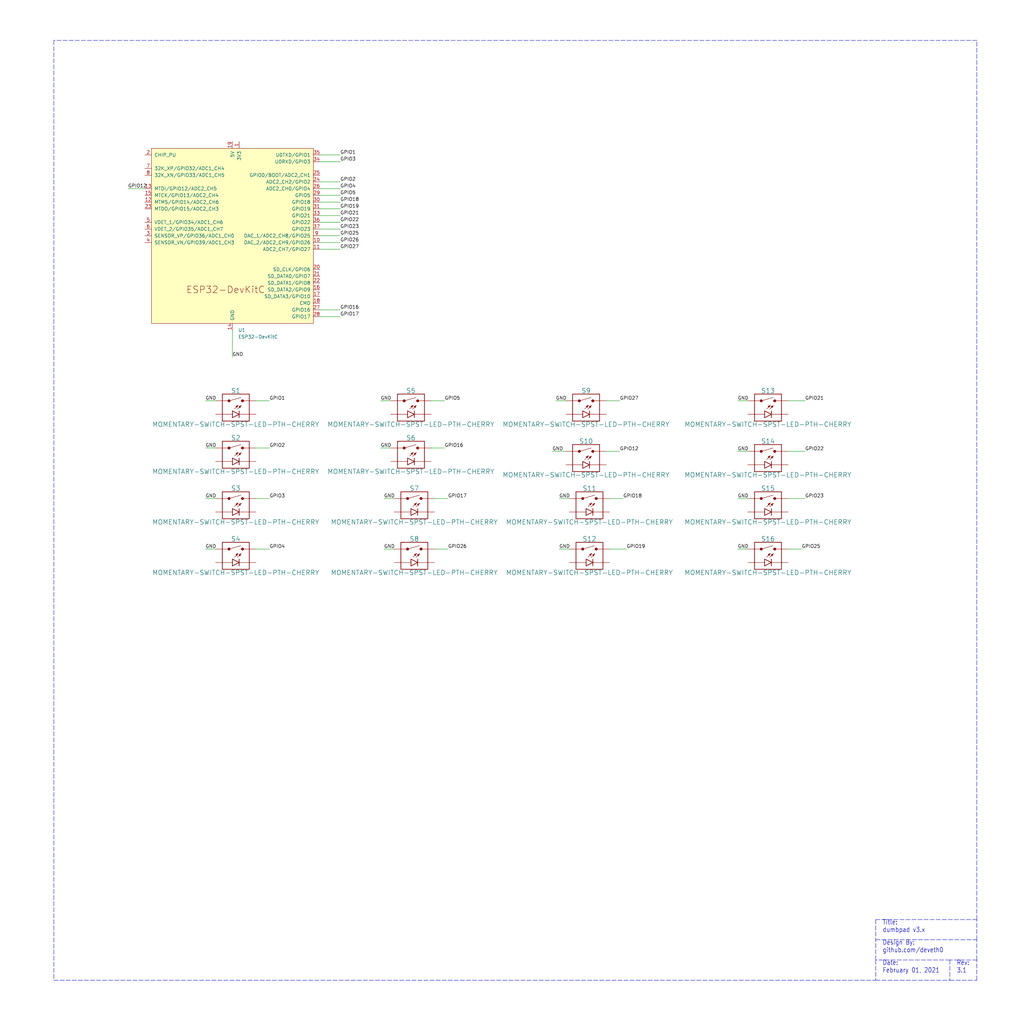
<source format=kicad_sch>
(kicad_sch (version 20250114) (generator "eeschema") (generator_version "9.0")
  (paper "User" 386.08 386.004)
  (lib_symbols
    (symbol "ESP32:ESP32-DevKitC" (pin_names (offset 1.016))
      (property "Reference" "U" (at -30.48 38.1 0))
      (property "Value" "ESP32-DevKitC" (at -30.48 35.56 0))
      (symbol "ESP32-DevKitC_0_0"
        (text "ESP32-DevKitC" (at -2.54 -20.32 0) (effects (font (size 2.54 2.54))))
        (pin power_in line (at 0 35.56 270) (length 2.54) (name "5V") (number "19"))
        (pin power_in line (at 0 -35.56 90) (length 2.54) (name "GND") (number "14"))
      )
      (symbol "ESP32-DevKitC_0_1"
        (rectangle (start -30.48 33.02) (end 30.48 -33.02) (fill (type background)))
      )
      (symbol "ESP32-DevKitC_1_1"
        (pin input line (at -33.02 30.48 0) (length 2.54) (name "CHIP_PU") (number "2"))
        (pin bidirectional line (at -33.02 25.4 0) (length 2.54) (name "32K_XP/GPIO32/ADC1_CH4") (number "7"))
        (pin bidirectional line (at -33.02 22.86 0) (length 2.54) (name "32K_XN/GPIO33/ADC1_CH5") (number "8"))
        (pin bidirectional line (at -33.02 17.78 0) (length 2.54) (name "MTDI/GPIO12/ADC2_CH5") (number "13"))
        (pin bidirectional line (at -33.02 15.24 0) (length 2.54) (name "MTCK/GPIO13/ADC2_CH4") (number "15"))
        (pin bidirectional line (at -33.02 12.7 0) (length 2.54) (name "MTMS/GPIO14/ADC2_CH6") (number "12"))
        (pin bidirectional line (at -33.02 10.16 0) (length 2.54) (name "MTDO/GPIO15/ADC2_CH3") (number "23"))
        (pin input line (at -33.02 5.08 0) (length 2.54) (name "VDET_1/GPIO34/ADC1_CH6") (number "5"))
        (pin input line (at -33.02 2.54 0) (length 2.54) (name "VDET_2/GPIO35/ADC1_CH7") (number "6"))
        (pin input line (at -33.02 0 0) (length 2.54) (name "SENSOR_VP/GPIO36/ADC1_CH0") (number "3"))
        (pin input line (at -33.02 -2.54 0) (length 2.54) (name "SENSOR_VN/GPIO39/ADC1_CH3") (number "4"))
        (pin passive line (at 0 -35.56 90) (length 2.54) (hide yes) (name "GND") (number "32"))
        (pin passive line (at 0 -35.56 90) (length 2.54) (hide yes) (name "GND") (number "38"))
        (pin power_in line (at 2.54 35.56 270) (length 2.54) (name "3V3") (number "1"))
        (pin bidirectional line (at 33.02 30.48 180) (length 2.54) (name "U0TXD/GPIO1") (number "35"))
        (pin bidirectional line (at 33.02 27.94 180) (length 2.54) (name "U0RXD/GPIO3") (number "34"))
        (pin bidirectional line (at 33.02 22.86 180) (length 2.54) (name "GPIO0/BOOT/ADC2_CH1") (number "25"))
        (pin bidirectional line (at 33.02 20.32 180) (length 2.54) (name "ADC2_CH2/GPIO2") (number "24"))
        (pin bidirectional line (at 33.02 17.78 180) (length 2.54) (name "ADC2_CH0/GPIO4") (number "26"))
        (pin bidirectional line (at 33.02 15.24 180) (length 2.54) (name "GPIO5") (number "29"))
        (pin bidirectional line (at 33.02 12.7 180) (length 2.54) (name "GPIO18") (number "30"))
        (pin bidirectional line (at 33.02 10.16 180) (length 2.54) (name "GPIO19") (number "31"))
        (pin bidirectional line (at 33.02 7.62 180) (length 2.54) (name "GPIO21") (number "33"))
        (pin bidirectional line (at 33.02 5.08 180) (length 2.54) (name "GPIO22") (number "36"))
        (pin bidirectional line (at 33.02 2.54 180) (length 2.54) (name "GPIO23") (number "37"))
        (pin bidirectional line (at 33.02 0 180) (length 2.54) (name "DAC_1/ADC2_CH8/GPIO25") (number "9"))
        (pin bidirectional line (at 33.02 -2.54 180) (length 2.54) (name "DAC_2/ADC2_CH9/GPIO26") (number "10"))
        (pin bidirectional line (at 33.02 -5.08 180) (length 2.54) (name "ADC2_CH7/GPIO27") (number "11"))
        (pin bidirectional line (at 33.02 -12.7 180) (length 2.54) (name "SD_CLK/GPIO6") (number "20"))
        (pin bidirectional line (at 33.02 -15.24 180) (length 2.54) (name "SD_DATA0/GPIO7") (number "21"))
        (pin bidirectional line (at 33.02 -17.78 180) (length 2.54) (name "SD_DATA1/GPIO8") (number "22"))
        (pin bidirectional line (at 33.02 -20.32 180) (length 2.54) (name "SD_DATA2/GPIO9") (number "16"))
        (pin bidirectional line (at 33.02 -22.86 180) (length 2.54) (name "SD_DATA3/GPIO10") (number "17"))
        (pin bidirectional line (at 33.02 -25.4 180) (length 2.54) (name "CMD") (number "18"))
        (pin bidirectional line (at 33.02 -27.94 180) (length 2.54) (name "GPIO16") (number "27"))
        (pin bidirectional line (at 33.02 -30.48 180) (length 2.54) (name "GPIO17") (number "28"))
      )
    )
    (symbol "dumbpad-eagle-import:MOMENTARY-SWITCH-SPST-LED-PTH-CHERRY"
      (property "Reference" "S" (at 0 5.334 0))
      (property "Value" "MOMENTARY-SWITCH-SPST-LED-PTH-CHERRY" (at 0 -5.334 0))
      (symbol "MOMENTARY-SWITCH-SPST-LED-PTH-CHERRY_1_0"
        (polyline (pts (xy -5.08 5.08) (xy -5.08 2.54)) (stroke (width 0.254)))
        (polyline (pts (xy -5.08 2.54) (xy -5.08 -2.54)) (stroke (width 0.254)))
        (polyline (pts (xy -5.08 2.54) (xy -2.54 2.54)) (stroke (width 0.1524)))
        (polyline (pts (xy -5.08 -2.54) (xy -5.08 -5.08)) (stroke (width 0.254)))
        (polyline (pts (xy -5.08 -2.54) (xy -1.27 -2.54)) (stroke (width 0.1524)))
        (polyline (pts (xy -5.08 -5.08) (xy 5.08 -5.08)) (stroke (width 0.254)))
        (circle (center -2.54 2.54) (radius 0.127) (stroke (width 0.4064)))
        (polyline (pts (xy -2.54 2.54) (xy 1.905 3.81)) (stroke (width 0.1524)))
        (polyline (pts (xy -1.27 -2.54) (xy -1.27 -1.27)) (stroke (width 0.254)))
        (polyline (pts (xy -1.27 -3.81) (xy -1.27 -2.54)) (stroke (width 0.254)))
        (polyline (pts (xy -1.27 -3.81) (xy 1.27 -2.54)) (stroke (width 0.254)))
        (polyline (pts (xy -0.508 -0.508) (xy 0.889 0.889)) (stroke (width 0.1524)))
        (polyline (pts (xy 0.635 -0.635) (xy 2.032 0.762)) (stroke (width 0.1524)))
        (polyline (pts (xy 0.889 0.889) (xy 0 0.508) (xy 0.508 0)) (fill (type outline)))
        (polyline (pts (xy 1.27 -2.54) (xy -1.27 -1.27)) (stroke (width 0.254)))
        (polyline (pts (xy 1.27 -2.54) (xy 1.27 -1.27)) (stroke (width 0.254)))
        (polyline (pts (xy 1.27 -2.54) (xy 5.08 -2.54)) (stroke (width 0.1524)))
        (polyline (pts (xy 1.27 -3.81) (xy 1.27 -2.54)) (stroke (width 0.254)))
        (polyline (pts (xy 1.905 2.54) (xy 5.08 2.54)) (stroke (width 0.1524)))
        (polyline (pts (xy 2.032 0.762) (xy 1.143 0.381) (xy 1.651 -0.127)) (fill (type outline)))
        (circle (center 2.54 2.54) (radius 0.127) (stroke (width 0.4064)))
        (polyline (pts (xy 5.08 5.08) (xy -5.08 5.08)) (stroke (width 0.254)))
        (polyline (pts (xy 5.08 2.54) (xy 5.08 5.08)) (stroke (width 0.254)))
        (polyline (pts (xy 5.08 -2.54) (xy 5.08 2.54)) (stroke (width 0.254)))
        (polyline (pts (xy 5.08 -5.08) (xy 5.08 -2.54)) (stroke (width 0.254)))
        (pin passive line (at -7.62 2.54 0) (length 2.54) (name "1") (number "S1"))
        (pin passive line (at -7.62 -2.54 0) (length 2.54) (name "A") (number "A"))
        (pin passive line (at 7.62 2.54 180) (length 2.54) (name "2") (number "S2"))
        (pin passive line (at 7.62 -2.54 180) (length 2.54) (name "C") (number "K"))
      )
    )
  )
  (text "Rev:\n3.1" (at 360.68 367.03 0) (effects (font (size 1.778 1.5113)) (justify left bottom)))
  (text "Design By:\ngithub.com/deveth0" (at 332.74 359.41 0) (effects (font (size 1.778 1.5113)) (justify left bottom)))
  (text "Title:\ndumbpad v3.x" (at 332.74 351.79 0) (effects (font (size 1.778 1.5113)) (justify left bottom)))
  (text "Date:\nFebruary 01, 2021" (at 332.74 367.03 0) (effects (font (size 1.778 1.5113)) (justify left bottom)))
  (polyline (pts (xy 368.3 361.95) (xy 368.3 354.33)) (stroke (width 0) (type dash)))
  (polyline (pts (xy 330.2 346.71) (xy 330.2 354.33)) (stroke (width 0) (type dash)))
  (polyline (pts (xy 368.3 346.71) (xy 330.2 346.71)) (stroke (width 0) (type dash)))
  (wire (pts (xy 297.18 151.13) (xy 303.53 151.13)))
  (wire (pts (xy 208.28 170.18) (xy 213.36 170.18)))
  (wire (pts (xy 120.65 81.28) (xy 128.27 81.28)))
  (wire (pts (xy 120.65 119.38) (xy 128.27 119.38)))
  (wire (pts (xy 144.78 187.96) (xy 148.59 187.96)))
  (wire (pts (xy 228.6 151.13) (xy 233.68 151.13)))
  (wire (pts (xy 77.47 207.01) (xy 81.28 207.01)))
  (wire (pts (xy 120.65 60.96) (xy 128.27 60.96)))
  (wire (pts (xy 120.65 68.58) (xy 128.27 68.58)))
  (wire (pts (xy 278.13 170.18) (xy 281.94 170.18)))
  (wire (pts (xy 120.65 86.36) (xy 128.27 86.36)))
  (polyline (pts (xy 20.32 369.57) (xy 330.2 369.57)) (stroke (width 0) (type dash)))
  (wire (pts (xy 96.52 168.91) (xy 101.6 168.91)))
  (wire (pts (xy 210.82 207.01) (xy 214.63 207.01)))
  (wire (pts (xy 297.18 170.18) (xy 303.53 170.18)))
  (polyline (pts (xy 330.2 361.95) (xy 330.2 369.57)) (stroke (width 0) (type dash)))
  (wire (pts (xy 120.65 93.98) (xy 128.27 93.98)))
  (polyline (pts (xy 330.2 369.57) (xy 358.14 369.57)) (stroke (width 0) (type dash)))
  (wire (pts (xy 143.51 168.91) (xy 147.32 168.91)))
  (wire (pts (xy 96.52 207.01) (xy 101.6 207.01)))
  (wire (pts (xy 87.63 124.46) (xy 87.63 134.62)))
  (polyline (pts (xy 358.14 361.95) (xy 330.2 361.95)) (stroke (width 0) (type dash)))
  (wire (pts (xy 229.87 207.01) (xy 236.22 207.01)))
  (polyline (pts (xy 368.3 354.33) (xy 368.3 346.71)) (stroke (width 0) (type dash)))
  (wire (pts (xy 143.51 151.13) (xy 147.32 151.13)))
  (wire (pts (xy 229.87 187.96) (xy 234.95 187.96)))
  (wire (pts (xy 209.55 151.13) (xy 213.36 151.13)))
  (polyline (pts (xy 368.3 346.71) (xy 368.3 15.24)) (stroke (width 0) (type dash)))
  (wire (pts (xy 297.18 187.96) (xy 303.53 187.96)))
  (wire (pts (xy 210.82 187.96) (xy 214.63 187.96)))
  (wire (pts (xy 120.65 58.42) (xy 128.27 58.42)))
  (wire (pts (xy 144.78 207.01) (xy 148.59 207.01)))
  (wire (pts (xy 120.65 73.66) (xy 128.27 73.66)))
  (wire (pts (xy 96.52 151.13) (xy 101.6 151.13)))
  (polyline (pts (xy 358.14 361.95) (xy 358.14 369.57)) (stroke (width 0) (type dash)))
  (wire (pts (xy 96.52 187.96) (xy 101.6 187.96)))
  (wire (pts (xy 278.13 187.96) (xy 281.94 187.96)))
  (polyline (pts (xy 368.3 15.24) (xy 20.32 15.24)) (stroke (width 0) (type dash)))
  (polyline (pts (xy 358.14 369.57) (xy 368.3 369.57)) (stroke (width 0) (type dash)))
  (wire (pts (xy 163.83 187.96) (xy 168.91 187.96)))
  (polyline (pts (xy 368.3 369.57) (xy 368.3 361.95)) (stroke (width 0) (type dash)))
  (polyline (pts (xy 330.2 361.95) (xy 330.2 354.33)) (stroke (width 0) (type dash)))
  (wire (pts (xy 162.56 168.91) (xy 167.64 168.91)))
  (wire (pts (xy 48.26 71.12) (xy 54.61 71.12)))
  (wire (pts (xy 77.47 187.96) (xy 81.28 187.96)))
  (wire (pts (xy 278.13 207.01) (xy 281.94 207.01)))
  (wire (pts (xy 120.65 76.2) (xy 128.27 76.2)))
  (wire (pts (xy 120.65 116.84) (xy 128.27 116.84)))
  (wire (pts (xy 297.18 207.01) (xy 302.26 207.01)))
  (wire (pts (xy 120.65 83.82) (xy 128.27 83.82)))
  (wire (pts (xy 120.65 91.44) (xy 128.27 91.44)))
  (wire (pts (xy 120.65 88.9) (xy 128.27 88.9)))
  (wire (pts (xy 278.13 151.13) (xy 281.94 151.13)))
  (wire (pts (xy 163.83 207.01) (xy 168.91 207.01)))
  (wire (pts (xy 162.56 151.13) (xy 167.64 151.13)))
  (wire (pts (xy 77.47 168.91) (xy 81.28 168.91)))
  (wire (pts (xy 228.6 170.18) (xy 233.68 170.18)))
  (wire (pts (xy 120.65 78.74) (xy 128.27 78.74)))
  (wire (pts (xy 120.65 71.12) (xy 128.27 71.12)))
  (polyline (pts (xy 330.2 354.33) (xy 368.3 354.33)) (stroke (width 0) (type dash)))
  (polyline (pts (xy 20.32 15.24) (xy 20.32 369.57)) (stroke (width 0) (type dash)))
  (wire (pts (xy 77.47 151.13) (xy 81.28 151.13)))
  (polyline (pts (xy 368.3 361.95) (xy 358.14 361.95)) (stroke (width 0) (type dash)))
  (label "GND" (at 77.47 207.01 0))
  (label "GPIO4" (at 128.27 71.12 0))
  (label "GPIO12" (at 48.26 71.12 0))
  (label "GPIO22" (at 128.27 83.82 0))
  (label "GPIO16" (at 167.64 168.91 0))
  (label "GPIO26" (at 128.27 91.44 0))
  (label "GND" (at 208.28 170.18 0))
  (label "GND" (at 77.47 168.91 0))
  (label "GPIO5" (at 128.27 73.66 0))
  (label "GND" (at 143.51 168.91 0))
  (label "GPIO3" (at 128.27 60.96 0))
  (label "GPIO17" (at 128.27 119.38 0))
  (label "GPIO16" (at 128.27 116.84 0))
  (label "GPIO22" (at 303.53 170.18 0))
  (label "GPIO1" (at 128.27 58.42 0))
  (label "GPIO27" (at 233.68 151.13 0))
  (label "GND" (at 278.13 207.01 0))
  (label "GND" (at 210.82 207.01 0))
  (label "GND" (at 210.82 187.96 0))
  (label "GPIO25" (at 302.26 207.01 0))
  (label "GND" (at 209.55 151.13 0))
  (label "GPIO17" (at 168.91 187.96 0))
  (label "GPIO12" (at 233.68 170.18 0))
  (label "GPIO5" (at 167.64 151.13 0))
  (label "GND" (at 278.13 170.18 0))
  (label "GPIO23" (at 303.53 187.96 0))
  (label "GND" (at 144.78 187.96 0))
  (label "GPIO21" (at 128.27 81.28 0))
  (label "GND" (at 77.47 151.13 0))
  (label "GND" (at 87.63 134.62 0))
  (label "GPIO3" (at 101.6 187.96 0))
  (label "GND" (at 143.51 151.13 0))
  (label "GPIO25" (at 128.27 88.9 0))
  (label "GPIO19" (at 236.22 207.01 0))
  (label "GPIO4" (at 101.6 207.01 0))
  (label "GPIO2" (at 101.6 168.91 0))
  (label "GPIO18" (at 234.95 187.96 0))
  (label "GND" (at 144.78 207.01 0))
  (label "GPIO21" (at 303.53 151.13 0))
  (label "GPIO2" (at 128.27 68.58 0))
  (label "GPIO18" (at 128.27 76.2 0))
  (label "GPIO27" (at 128.27 93.98 0))
  (label "GND" (at 77.47 187.96 0))
  (label "GPIO1" (at 101.6 151.13 0))
  (label "GND" (at 278.13 187.96 0))
  (label "GPIO23" (at 128.27 86.36 0))
  (label "GND" (at 278.13 151.13 0))
  (label "GPIO19" (at 128.27 78.74 0))
  (label "GPIO26" (at 168.91 207.01 0))
  (symbol (lib_id "dumbpad-eagle-import:MOMENTARY-SWITCH-SPST-LED-PTH-CHERRY") (at 156.21 209.55 0) (unit 1)
    (property "Reference" "S8" (at 156.21 204.216 0) (effects (font (size 1.778 1.778)) (justify bottom)))
    (property "Value" "MOMENTARY-SWITCH-SPST-LED-PTH-CHERRY" (at 156.21 214.884 0) (effects (font (size 1.778 1.778)) (justify top)))
    (property "Footprint" "Keyswitch:Kailh-CPG151101S11_MX_Socket-1.00u" (effects (hide yes)))
  )
  (symbol (lib_id "ESP32:ESP32-DevKitC") (at 87.63 88.9 0) (unit 1)
    (property "Reference" "U1" (at 89.7733 124.46 0) (effects (justify left)))
    (property "Value" "ESP32-DevKitC" (at 89.7733 127 0) (effects (justify left)))
    (property "Footprint" "PCM_Espressif:ESP32-DevKitC" (effects (hide yes)))
    (property "Datasheet" "https://docs.espressif.com/projects/esp-idf/zh_CN/latest/esp32/hw-reference/esp32/get-started-devkitc.html" (effects (hide yes)))
    (property "Description" "Development Kit" (effects (hide yes)))
  )
  (symbol (lib_id "dumbpad-eagle-import:MOMENTARY-SWITCH-SPST-LED-PTH-CHERRY") (at 88.9 153.67 0) (unit 1)
    (property "Reference" "S1" (at 88.9 148.336 0) (effects (font (size 1.778 1.778)) (justify bottom)))
    (property "Value" "MOMENTARY-SWITCH-SPST-LED-PTH-CHERRY" (at 88.9 159.004 0) (effects (font (size 1.778 1.778)) (justify top)))
    (property "Footprint" "Keyswitch:Kailh-CPG151101S11_MX_Socket-1.00u" (effects (hide yes)))
  )
  (symbol (lib_id "dumbpad-eagle-import:MOMENTARY-SWITCH-SPST-LED-PTH-CHERRY") (at 154.94 153.67 0) (unit 1)
    (property "Reference" "S5" (at 154.94 148.336 0) (effects (font (size 1.778 1.778)) (justify bottom)))
    (property "Value" "MOMENTARY-SWITCH-SPST-LED-PTH-CHERRY" (at 154.94 159.004 0) (effects (font (size 1.778 1.778)) (justify top)))
    (property "Footprint" "Keyswitch:Kailh-CPG151101S11_MX_Socket-1.00u" (effects (hide yes)))
  )
  (symbol (lib_id "dumbpad-eagle-import:MOMENTARY-SWITCH-SPST-LED-PTH-CHERRY") (at 88.9 171.45 0) (unit 1)
    (property "Reference" "S2" (at 88.9 166.116 0) (effects (font (size 1.778 1.778)) (justify bottom)))
    (property "Value" "MOMENTARY-SWITCH-SPST-LED-PTH-CHERRY" (at 88.9 176.784 0) (effects (font (size 1.778 1.778)) (justify top)))
    (property "Footprint" "Keyswitch:Kailh-CPG151101S11_MX_Socket-1.00u" (effects (hide yes)))
  )
  (symbol (lib_id "dumbpad-eagle-import:MOMENTARY-SWITCH-SPST-LED-PTH-CHERRY") (at 156.21 190.5 0) (unit 1)
    (property "Reference" "S7" (at 156.21 185.166 0) (effects (font (size 1.778 1.778)) (justify bottom)))
    (property "Value" "MOMENTARY-SWITCH-SPST-LED-PTH-CHERRY" (at 156.21 195.834 0) (effects (font (size 1.778 1.778)) (justify top)))
    (property "Footprint" "Keyswitch:Kailh-CPG151101S11_MX_Socket-1.00u" (effects (hide yes)))
  )
  (symbol (lib_id "dumbpad-eagle-import:MOMENTARY-SWITCH-SPST-LED-PTH-CHERRY") (at 154.94 171.45 0) (unit 1)
    (property "Reference" "S6" (at 154.94 166.116 0) (effects (font (size 1.778 1.778)) (justify bottom)))
    (property "Value" "MOMENTARY-SWITCH-SPST-LED-PTH-CHERRY" (at 154.94 176.784 0) (effects (font (size 1.778 1.778)) (justify top)))
    (property "Footprint" "Keyswitch:Kailh-CPG151101S11_MX_Socket-1.00u" (effects (hide yes)))
  )
  (symbol (lib_id "dumbpad-eagle-import:MOMENTARY-SWITCH-SPST-LED-PTH-CHERRY") (at 88.9 190.5 0) (unit 1)
    (property "Reference" "S3" (at 88.9 185.166 0) (effects (font (size 1.778 1.778)) (justify bottom)))
    (property "Value" "MOMENTARY-SWITCH-SPST-LED-PTH-CHERRY" (at 88.9 195.834 0) (effects (font (size 1.778 1.778)) (justify top)))
    (property "Footprint" "Keyswitch:Kailh-CPG151101S11_MX_Socket-1.00u" (effects (hide yes)))
  )
  (symbol (lib_id "dumbpad-eagle-import:MOMENTARY-SWITCH-SPST-LED-PTH-CHERRY") (at 222.25 209.55 0) (unit 1)
    (property "Reference" "S12" (at 222.25 204.216 0) (effects (font (size 1.778 1.778)) (justify bottom)))
    (property "Value" "MOMENTARY-SWITCH-SPST-LED-PTH-CHERRY" (at 222.25 214.884 0) (effects (font (size 1.778 1.778)) (justify top)))
    (property "Footprint" "Keyswitch:Kailh-CPG151101S11_MX_Socket-1.00u" (effects (hide yes)))
  )
  (symbol (lib_id "dumbpad-eagle-import:MOMENTARY-SWITCH-SPST-LED-PTH-CHERRY") (at 289.56 209.55 0) (unit 1)
    (property "Reference" "S16" (at 289.56 204.216 0) (effects (font (size 1.778 1.778)) (justify bottom)))
    (property "Value" "MOMENTARY-SWITCH-SPST-LED-PTH-CHERRY" (at 289.56 214.884 0) (effects (font (size 1.778 1.778)) (justify top)))
    (property "Footprint" "Keyswitch:Kailh-CPG151101S11_MX_Socket-1.00u" (effects (hide yes)))
  )
  (symbol (lib_id "dumbpad-eagle-import:MOMENTARY-SWITCH-SPST-LED-PTH-CHERRY") (at 220.98 172.72 0) (unit 1)
    (property "Reference" "S10" (at 220.98 167.386 0) (effects (font (size 1.778 1.778)) (justify bottom)))
    (property "Value" "MOMENTARY-SWITCH-SPST-LED-PTH-CHERRY" (at 220.98 178.054 0) (effects (font (size 1.778 1.778)) (justify top)))
    (property "Footprint" "Keyswitch:Kailh-CPG151101S11_MX_Socket-1.00u" (effects (hide yes)))
  )
  (symbol (lib_id "dumbpad-eagle-import:MOMENTARY-SWITCH-SPST-LED-PTH-CHERRY") (at 289.56 153.67 0) (unit 1)
    (property "Reference" "S13" (at 289.56 148.336 0) (effects (font (size 1.778 1.778)) (justify bottom)))
    (property "Value" "MOMENTARY-SWITCH-SPST-LED-PTH-CHERRY" (at 289.56 159.004 0) (effects (font (size 1.778 1.778)) (justify top)))
    (property "Footprint" "Keyswitch:Kailh-CPG151101S11_MX_Socket-1.00u" (effects (hide yes)))
  )
  (symbol (lib_id "dumbpad-eagle-import:MOMENTARY-SWITCH-SPST-LED-PTH-CHERRY") (at 88.9 209.55 0) (unit 1)
    (property "Reference" "S4" (at 88.9 204.216 0) (effects (font (size 1.778 1.778)) (justify bottom)))
    (property "Value" "MOMENTARY-SWITCH-SPST-LED-PTH-CHERRY" (at 88.9 214.884 0) (effects (font (size 1.778 1.778)) (justify top)))
    (property "Footprint" "Keyswitch:Kailh-CPG151101S11_MX_Socket-1.00u" (effects (hide yes)))
  )
  (symbol (lib_id "dumbpad-eagle-import:MOMENTARY-SWITCH-SPST-LED-PTH-CHERRY") (at 222.25 190.5 0) (unit 1)
    (property "Reference" "S11" (at 222.25 185.166 0) (effects (font (size 1.778 1.778)) (justify bottom)))
    (property "Value" "MOMENTARY-SWITCH-SPST-LED-PTH-CHERRY" (at 222.25 195.834 0) (effects (font (size 1.778 1.778)) (justify top)))
    (property "Footprint" "Keyswitch:Kailh-CPG151101S11_MX_Socket-1.00u" (effects (hide yes)))
  )
  (symbol (lib_id "dumbpad-eagle-import:MOMENTARY-SWITCH-SPST-LED-PTH-CHERRY") (at 220.98 153.67 0) (unit 1)
    (property "Reference" "S9" (at 220.98 148.336 0) (effects (font (size 1.778 1.778)) (justify bottom)))
    (property "Value" "MOMENTARY-SWITCH-SPST-LED-PTH-CHERRY" (at 220.98 159.004 0) (effects (font (size 1.778 1.778)) (justify top)))
    (property "Footprint" "Keyswitch:Kailh-CPG151101S11_MX_Socket-1.00u" (effects (hide yes)))
  )
  (symbol (lib_id "dumbpad-eagle-import:MOMENTARY-SWITCH-SPST-LED-PTH-CHERRY") (at 289.56 190.5 0) (unit 1)
    (property "Reference" "S15" (at 289.56 185.166 0) (effects (font (size 1.778 1.778)) (justify bottom)))
    (property "Value" "MOMENTARY-SWITCH-SPST-LED-PTH-CHERRY" (at 289.56 195.834 0) (effects (font (size 1.778 1.778)) (justify top)))
    (property "Footprint" "Keyswitch:Kailh-CPG151101S11_MX_Socket-1.00u" (effects (hide yes)))
  )
  (symbol (lib_id "dumbpad-eagle-import:MOMENTARY-SWITCH-SPST-LED-PTH-CHERRY") (at 289.56 172.72 0) (unit 1)
    (property "Reference" "S14" (at 289.56 167.386 0) (effects (font (size 1.778 1.778)) (justify bottom)))
    (property "Value" "MOMENTARY-SWITCH-SPST-LED-PTH-CHERRY" (at 289.56 178.054 0) (effects (font (size 1.778 1.778)) (justify top)))
    (property "Footprint" "Keyswitch:Kailh-CPG151101S11_MX_Socket-1.00u" (effects (hide yes)))
  )
)
</source>
